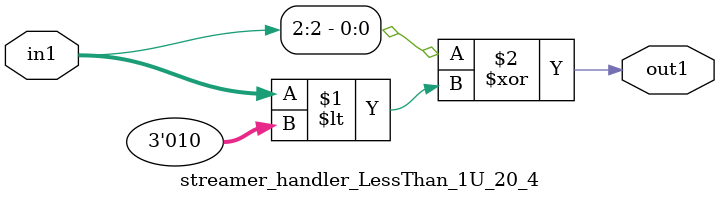
<source format=v>

`timescale 1ps / 1ps


module streamer_handler_LessThan_1U_20_4( in1, out1 );

    input [2:0] in1;
    output out1;

    
    // rtl_process:streamer_handler_LessThan_1U_20_4/streamer_handler_LessThan_1U_20_4_thread_1
    assign out1 = (in1[2] ^ in1 < 3'd2);

endmodule


</source>
